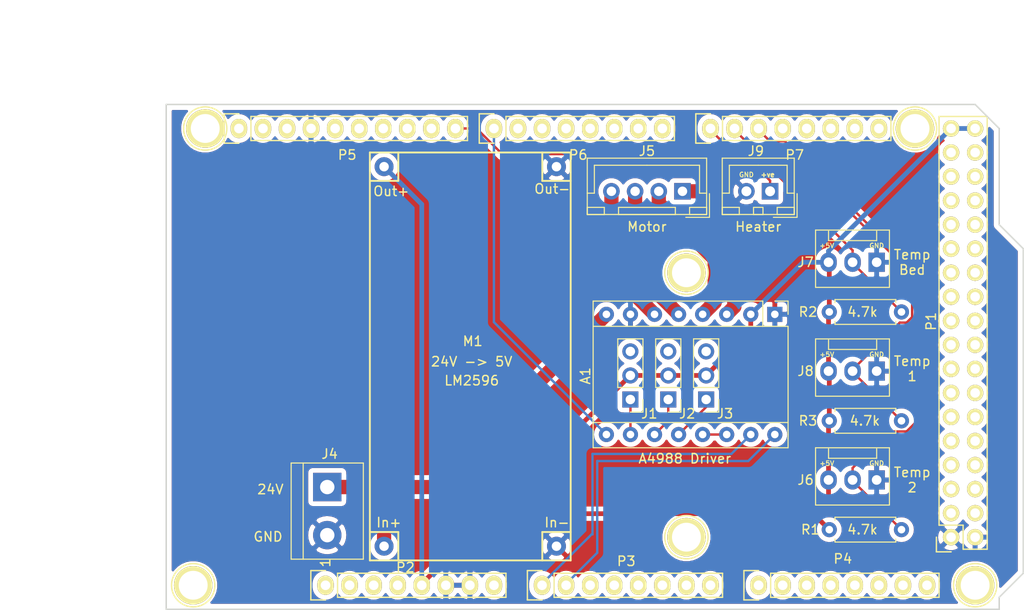
<source format=kicad_pcb>
(kicad_pcb (version 20171130) (host pcbnew "(5.1.2)-2")
  (title_block (date "mar. 31 mars 2015"))
  (layers (0 F.Cu signal hide) (31 B.Cu signal hide) (34 B.Paste user hide) (35 F.Paste user hide) (36 B.SilkS user hide) (37 F.SilkS user) (38 B.Mask user) (39 F.Mask user hide) (44 Edge.Cuts user))
  (net 0 "")
  (net 1 GND)
  (net 2 "/52(SCK)")
  (net 3 "/53(SS)")
  (net 4 "/50(MISO)")
  (net 5 "/51(MOSI)")
  (net 6 /48)
  (net 7 /49)
  (net 8 /46)
  (net 9 /47)
  (net 10 /44)
  (net 11 /45)
  (net 12 /42)
  (net 13 /43)
  (net 14 /40)
  (net 15 /41)
  (net 16 /38)
  (net 17 /39)
  (net 18 /36)
  (net 19 /37)
  (net 20 /34)
  (net 21 /35)
  (net 22 /32)
  (net 23 /33)
  (net 24 /30)
  (net 25 /31)
  (net 26 /28)
  (net 27 /29)
  (net 28 /26)
  (net 29 /27)
  (net 30 /24)
  (net 31 /25)
  (net 32 /22)
  (net 33 /23)
  (net 34 +5V)
  (net 35 /IOREF)
  (net 36 /Reset)
  (net 37 /Vin)
  (net 38 /A2)
  (net 39 /A3)
  (net 40 /A4)
  (net 41 /A5)
  (net 42 /A6)
  (net 43 /A7)
  (net 44 /A8)
  (net 45 /A9)
  (net 46 /A10)
  (net 47 /A11)
  (net 48 /A12)
  (net 49 /A13)
  (net 50 /A14)
  (net 51 /A15)
  (net 52 /SCL)
  (net 53 /SDA)
  (net 54 /AREF)
  (net 55 "/13(**)")
  (net 56 "/12(**)")
  (net 57 "/11(**)")
  (net 58 "/10(**)")
  (net 59 "/9(**)")
  (net 60 "/6(**)")
  (net 61 "/5(**)")
  (net 62 "/4(**)")
  (net 63 "/3(**)")
  (net 64 "/2(**)")
  (net 65 "/20(SDA)")
  (net 66 "/21(SCL)")
  (net 67 "Net-(P8-Pad1)")
  (net 68 "Net-(P9-Pad1)")
  (net 69 "Net-(P10-Pad1)")
  (net 70 "Net-(P11-Pad1)")
  (net 71 "Net-(P12-Pad1)")
  (net 72 "Net-(P13-Pad1)")
  (net 73 "Net-(P2-Pad1)")
  (net 74 +3V3)
  (net 75 "/1(Tx0)")
  (net 76 "/0(Rx0)")
  (net 77 "/17(Rx2)")
  (net 78 "/18(Tx1)")
  (net 79 "/19(Rx1)")
  (net 80 EN)
  (net 81 "Net-(A1-Pad10)")
  (net 82 "Net-(A1-Pad3)")
  (net 83 "Net-(A1-Pad11)")
  (net 84 "Net-(A1-Pad4)")
  (net 85 "Net-(A1-Pad12)")
  (net 86 "Net-(A1-Pad5)")
  (net 87 "Net-(A1-Pad13)")
  (net 88 "Net-(A1-Pad6)")
  (net 89 STEP)
  (net 90 +24V)
  (net 91 DIR)
  (net 92 "Net-(J1-Pad3)")
  (net 93 "Net-(J2-Pad3)")
  (net 94 "Net-(J3-Pad3)")
  (net 95 TEMP_BED)
  (net 96 TEMP_2)
  (net 97 TEMP_1)
  (net 98 Heater1)
  (module Connectors_JST:JST_XH_B02B-XH-A_02x2.50mm_Straight (layer F.Cu) (at 178.25 77.5 180)
    (fp_text reference J9 (at 1.5 4.25) (layer F.SilkS))
    (fp_text value "SSR Connection")
    (fp_line (start -2.55 -2.45) (end -2.55 3.5) (layer F.SilkS) (width 0.12))
    (fp_line (start -2.55 3.5) (end 5.05 3.5) (layer F.SilkS) (width 0.12))
    (fp_line (start 5.05 3.5) (end 5.05 -2.45) (layer F.SilkS) (width 0.12))
    (fp_line (start 5.05 -2.45) (end -2.55 -2.45) (layer F.SilkS) (width 0.12))
    (fp_line (start 0.75 -2.45) (end 0.75 -1.7) (layer F.SilkS) (width 0.12))
    (fp_line (start 0.75 -1.7) (end 1.75 -1.7) (layer F.SilkS) (width 0.12))
    (fp_line (start 1.75 -1.7) (end 1.75 -2.45) (layer F.SilkS) (width 0.12))
    (fp_line (start 1.75 -2.45) (end 0.75 -2.45) (layer F.SilkS) (width 0.12))
    (fp_line (start -2.55 -2.45) (end -2.55 -1.7) (layer F.SilkS) (width 0.12))
    (fp_line (start -2.55 -1.7) (end -0.75 -1.7) (layer F.SilkS) (width 0.12))
    (fp_line (start -0.75 -1.7) (end -0.75 -2.45) (layer F.SilkS) (width 0.12))
    (fp_line (start -0.75 -2.45) (end -2.55 -2.45) (layer F.SilkS) (width 0.12))
    (fp_line (start 3.25 -2.45) (end 3.25 -1.7) (layer F.SilkS) (width 0.12))
    (fp_line (start 3.25 -1.7) (end 5.05 -1.7) (layer F.SilkS) (width 0.12))
    (fp_line (start 5.05 -1.7) (end 5.05 -2.45) (layer F.SilkS) (width 0.12))
    (fp_line (start 5.05 -2.45) (end 3.25 -2.45) (layer F.SilkS) (width 0.12))
    (fp_line (start -2.55 -0.2) (end -1.8 -0.2) (layer F.SilkS) (width 0.12))
    (fp_line (start -1.8 -0.2) (end -1.8 2.75) (layer F.SilkS) (width 0.12))
    (fp_line (start -1.8 2.75) (end 1.25 2.75) (layer F.SilkS) (width 0.12))
    (fp_line (start 5.05 -0.2) (end 4.3 -0.2) (layer F.SilkS) (width 0.12))
    (fp_line (start 4.3 -0.2) (end 4.3 2.75) (layer F.SilkS) (width 0.12))
    (fp_line (start 4.3 2.75) (end 1.25 2.75) (layer F.SilkS) (width 0.12))
    (fp_line (start -0.35 -2.75) (end -2.85 -2.75) (layer F.SilkS) (width 0.12))
    (fp_line (start -2.85 -2.75) (end -2.85 -0.25) (layer F.SilkS) (width 0.12))
    (pad 1 thru_hole rect (at 0 0 180) (size 1.75 1.75) (drill 1.05) (layers *.Cu *.Mask) (net 98 Heater1))
    (pad 2 thru_hole circle (at 2.5 0 180) (size 1.75 1.75) (drill 1.05) (layers *.Cu *.Mask) (net 1 GND))
  )
  (module Resistors_THT:R_Axial_DIN0207_L6.3mm_D2.5mm_P7.62mm_Horizontal (layer F.Cu) (at 184.5 101.75)
    (fp_text reference R3 (at -2.25 0) (layer F.SilkS))
    (fp_text value 4.7k)
    (fp_line (start 0.6 -0.98) (end 0.6 -1.31) (layer F.SilkS) (width 0.12))
    (fp_line (start 0.6 -1.31) (end 7.02 -1.31) (layer F.SilkS) (width 0.12))
    (fp_line (start 7.02 -1.31) (end 7.02 -0.98) (layer F.SilkS) (width 0.12))
    (fp_line (start 0.6 0.98) (end 0.6 1.31) (layer F.SilkS) (width 0.12))
    (fp_line (start 0.6 1.31) (end 7.02 1.31) (layer F.SilkS) (width 0.12))
    (fp_line (start 7.02 1.31) (end 7.02 0.98) (layer F.SilkS) (width 0.12))
    (pad 1 thru_hole circle (at 0 0) (size 1.6 1.6) (drill 0.8) (layers *.Cu *.Mask) (net 34 +5V))
    (pad 2 thru_hole oval (at 7.62 0) (size 1.6 1.6) (drill 0.8) (layers *.Cu *.Mask) (net 97 TEMP_1))
  )
  (module Resistors_THT:R_Axial_DIN0207_L6.3mm_D2.5mm_P7.62mm_Horizontal (layer F.Cu) (at 184.5 90.25)
    (fp_text reference R2 (at -2.25 0) (layer F.SilkS))
    (fp_text value 4.7k)
    (fp_line (start 0.6 -0.98) (end 0.6 -1.31) (layer F.SilkS) (width 0.12))
    (fp_line (start 0.6 -1.31) (end 7.02 -1.31) (layer F.SilkS) (width 0.12))
    (fp_line (start 7.02 -1.31) (end 7.02 -0.98) (layer F.SilkS) (width 0.12))
    (fp_line (start 0.6 0.98) (end 0.6 1.31) (layer F.SilkS) (width 0.12))
    (fp_line (start 0.6 1.31) (end 7.02 1.31) (layer F.SilkS) (width 0.12))
    (fp_line (start 7.02 1.31) (end 7.02 0.98) (layer F.SilkS) (width 0.12))
    (pad 1 thru_hole circle (at 0 0) (size 1.6 1.6) (drill 0.8) (layers *.Cu *.Mask) (net 34 +5V))
    (pad 2 thru_hole oval (at 7.62 0) (size 1.6 1.6) (drill 0.8) (layers *.Cu *.Mask) (net 95 TEMP_BED))
  )
  (module Resistors_THT:R_Axial_DIN0207_L6.3mm_D2.5mm_P7.62mm_Horizontal (layer F.Cu) (at 184.5 113.25)
    (fp_text reference R1 (at -2 0) (layer F.SilkS))
    (fp_text value 4.7k)
    (fp_line (start 0.6 -0.98) (end 0.6 -1.31) (layer F.SilkS) (width 0.12))
    (fp_line (start 0.6 -1.31) (end 7.02 -1.31) (layer F.SilkS) (width 0.12))
    (fp_line (start 7.02 -1.31) (end 7.02 -0.98) (layer F.SilkS) (width 0.12))
    (fp_line (start 0.6 0.98) (end 0.6 1.31) (layer F.SilkS) (width 0.12))
    (fp_line (start 0.6 1.31) (end 7.02 1.31) (layer F.SilkS) (width 0.12))
    (fp_line (start 7.02 1.31) (end 7.02 0.98) (layer F.SilkS) (width 0.12))
    (pad 1 thru_hole circle (at 0 0) (size 1.6 1.6) (drill 0.8) (layers *.Cu *.Mask) (net 34 +5V))
    (pad 2 thru_hole oval (at 7.62 0) (size 1.6 1.6) (drill 0.8) (layers *.Cu *.Mask) (net 96 TEMP_2))
  )
  (module TomsPartsLibrary:LM2596 (layer F.Cu) (at 136 116.5)
    (fp_text reference M1 (at 10.855001 -23.155) (layer F.SilkS))
    (fp_text value LM2596)
    (fp_line (start 18.2 -40.1) (end 18.2 -43.1) (layer F.SilkS) (width 0.2))
    (fp_line (start 21.2 -40.1) (end 18.2 -40.1) (layer F.SilkS) (width 0.2))
    (fp_line (start 3 -40.1) (end 0 -40.1) (layer F.SilkS) (width 0.2))
    (fp_line (start 3 -43.1) (end 3 -40.1) (layer F.SilkS) (width 0.2))
    (fp_line (start 18.2 -3) (end 21.2 -3) (layer F.SilkS) (width 0.2))
    (fp_line (start 18.2 0) (end 18.2 -3) (layer F.SilkS) (width 0.2))
    (fp_line (start 3 -3) (end 3 0) (layer F.SilkS) (width 0.2))
    (fp_line (start 0 -3) (end 3 -3) (layer F.SilkS) (width 0.2))
    (fp_line (start 0 -43.1) (end 0 0) (layer F.SilkS) (width 0.2))
    (fp_line (start 21.2 -43.1) (end 0 -43.1) (layer F.SilkS) (width 0.2))
    (fp_line (start 21.2 0) (end 21.2 -43.1) (layer F.SilkS) (width 0.2))
    (fp_line (start 0 0) (end 21.2 0) (layer F.SilkS) (width 0.2))
    (pad 4 thru_hole circle (at 19.7 -41.6 180) (size 2 2) (drill 1) (layers *.Cu *.Mask) (net 1 GND))
    (pad 1 thru_hole circle (at 1.5 -41.6 270) (size 2 2) (drill 1) (layers *.Cu *.Mask) (net 34 +5V))
    (pad 3 thru_hole circle (at 19.7 -1.5 90) (size 2 2) (drill 1) (layers *.Cu *.Mask) (net 1 GND))
    (pad 2 thru_hole circle (at 1.5 -1.5) (size 2 2) (drill 1) (layers *.Cu *.Mask) (net 90 +24V))
  )
  (module Connectors:Fan_Pin_Header_Straight_1x03 (layer F.Cu) (at 189.5 96.5 270)
    (fp_text reference J8 (at 0 7.5 180) (layer F.SilkS))
    (fp_text value "Temp1 3PinFan")
    (fp_line (start -3.4 -1.35) (end 2.65 -1.35) (layer F.SilkS) (width 0.12))
    (fp_line (start 2.65 -1.35) (end 2.65 6.45) (layer F.SilkS) (width 0.12))
    (fp_line (start 2.65 6.45) (end -3.4 6.45) (layer F.SilkS) (width 0.12))
    (fp_line (start -3.4 6.45) (end -3.4 -1.35) (layer F.SilkS) (width 0.12))
    (fp_line (start -3.3 0) (end -2.29 0) (layer F.SilkS) (width 0.12))
    (fp_line (start -2.29 0) (end -2.29 5.08) (layer F.SilkS) (width 0.12))
    (fp_line (start -2.29 5.08) (end -3.3 5.08) (layer F.SilkS) (width 0.12))
    (pad 1 thru_hole rect (at 0 0 270) (size 2.03 1.73) (drill 1.02) (layers *.Cu *.Mask) (net 1 GND))
    (pad 2 thru_hole oval (at 0 2.54 270) (size 2.03 1.73) (drill 1.02) (layers *.Cu *.Mask) (net 97 TEMP_1))
    (pad 3 thru_hole oval (at 0 5.08 270) (size 2.03 1.73) (drill 1.02) (layers *.Cu *.Mask) (net 34 +5V))
  )
  (module Connectors:Fan_Pin_Header_Straight_1x03 (layer F.Cu) (at 189.5 85 270)
    (fp_text reference J7 (at 0 7.5 180) (layer F.SilkS))
    (fp_text value "TempBed 3PinFan")
    (fp_line (start -3.4 -1.35) (end 2.65 -1.35) (layer F.SilkS) (width 0.12))
    (fp_line (start 2.65 -1.35) (end 2.65 6.45) (layer F.SilkS) (width 0.12))
    (fp_line (start 2.65 6.45) (end -3.4 6.45) (layer F.SilkS) (width 0.12))
    (fp_line (start -3.4 6.45) (end -3.4 -1.35) (layer F.SilkS) (width 0.12))
    (fp_line (start -3.3 0) (end -2.29 0) (layer F.SilkS) (width 0.12))
    (fp_line (start -2.29 0) (end -2.29 5.08) (layer F.SilkS) (width 0.12))
    (fp_line (start -2.29 5.08) (end -3.3 5.08) (layer F.SilkS) (width 0.12))
    (pad 1 thru_hole rect (at 0 0 270) (size 2.03 1.73) (drill 1.02) (layers *.Cu *.Mask) (net 1 GND))
    (pad 2 thru_hole oval (at 0 2.54 270) (size 2.03 1.73) (drill 1.02) (layers *.Cu *.Mask) (net 95 TEMP_BED))
    (pad 3 thru_hole oval (at 0 5.08 270) (size 2.03 1.73) (drill 1.02) (layers *.Cu *.Mask) (net 34 +5V))
  )
  (module Connectors:Fan_Pin_Header_Straight_1x03 (layer F.Cu) (at 189.5 108 270)
    (fp_text reference J6 (at 0 7.5 180) (layer F.SilkS))
    (fp_text value "Temp2 3PinFan")
    (fp_line (start -3.4 -1.35) (end 2.65 -1.35) (layer F.SilkS) (width 0.12))
    (fp_line (start 2.65 -1.35) (end 2.65 6.45) (layer F.SilkS) (width 0.12))
    (fp_line (start 2.65 6.45) (end -3.4 6.45) (layer F.SilkS) (width 0.12))
    (fp_line (start -3.4 6.45) (end -3.4 -1.35) (layer F.SilkS) (width 0.12))
    (fp_line (start -3.3 0) (end -2.29 0) (layer F.SilkS) (width 0.12))
    (fp_line (start -2.29 0) (end -2.29 5.08) (layer F.SilkS) (width 0.12))
    (fp_line (start -2.29 5.08) (end -3.3 5.08) (layer F.SilkS) (width 0.12))
    (pad 1 thru_hole rect (at 0 0 270) (size 2.03 1.73) (drill 1.02) (layers *.Cu *.Mask) (net 1 GND))
    (pad 2 thru_hole oval (at 0 2.54 270) (size 2.03 1.73) (drill 1.02) (layers *.Cu *.Mask) (net 96 TEMP_2))
    (pad 3 thru_hole oval (at 0 5.08 270) (size 2.03 1.73) (drill 1.02) (layers *.Cu *.Mask) (net 34 +5V))
  )
  (module Connectors_JST:JST_XH_B04B-XH-A_04x2.50mm_Straight (layer F.Cu) (at 169 77.5 180)
    (fp_text reference J5 (at 3.75 4.25) (layer F.SilkS))
    (fp_text value "JST XH_Stepper")
    (fp_line (start -2.55 -2.45) (end -2.55 3.5) (layer F.SilkS) (width 0.12))
    (fp_line (start -2.55 3.5) (end 10.05 3.5) (layer F.SilkS) (width 0.12))
    (fp_line (start 10.05 3.5) (end 10.05 -2.45) (layer F.SilkS) (width 0.12))
    (fp_line (start 10.05 -2.45) (end -2.55 -2.45) (layer F.SilkS) (width 0.12))
    (fp_line (start 0.75 -2.45) (end 0.75 -1.7) (layer F.SilkS) (width 0.12))
    (fp_line (start 0.75 -1.7) (end 6.75 -1.7) (layer F.SilkS) (width 0.12))
    (fp_line (start 6.75 -1.7) (end 6.75 -2.45) (layer F.SilkS) (width 0.12))
    (fp_line (start 6.75 -2.45) (end 0.75 -2.45) (layer F.SilkS) (width 0.12))
    (fp_line (start -2.55 -2.45) (end -2.55 -1.7) (layer F.SilkS) (width 0.12))
    (fp_line (start -2.55 -1.7) (end -0.75 -1.7) (layer F.SilkS) (width 0.12))
    (fp_line (start -0.75 -1.7) (end -0.75 -2.45) (layer F.SilkS) (width 0.12))
    (fp_line (start -0.75 -2.45) (end -2.55 -2.45) (layer F.SilkS) (width 0.12))
    (fp_line (start 8.25 -2.45) (end 8.25 -1.7) (layer F.SilkS) (width 0.12))
    (fp_line (start 8.25 -1.7) (end 10.05 -1.7) (layer F.SilkS) (width 0.12))
    (fp_line (start 10.05 -1.7) (end 10.05 -2.45) (layer F.SilkS) (width 0.12))
    (fp_line (start 10.05 -2.45) (end 8.25 -2.45) (layer F.SilkS) (width 0.12))
    (fp_line (start -2.55 -0.2) (end -1.8 -0.2) (layer F.SilkS) (width 0.12))
    (fp_line (start -1.8 -0.2) (end -1.8 2.75) (layer F.SilkS) (width 0.12))
    (fp_line (start -1.8 2.75) (end 3.75 2.75) (layer F.SilkS) (width 0.12))
    (fp_line (start 10.05 -0.2) (end 9.3 -0.2) (layer F.SilkS) (width 0.12))
    (fp_line (start 9.3 -0.2) (end 9.3 2.75) (layer F.SilkS) (width 0.12))
    (fp_line (start 9.3 2.75) (end 3.75 2.75) (layer F.SilkS) (width 0.12))
    (fp_line (start -0.35 -2.75) (end -2.85 -2.75) (layer F.SilkS) (width 0.12))
    (fp_line (start -2.85 -2.75) (end -2.85 -0.25) (layer F.SilkS) (width 0.12))
    (pad 1 thru_hole rect (at 0 0 180) (size 1.75 1.75) (drill 1) (layers *.Cu *.Mask) (net 82 "Net-(A1-Pad3)"))
    (pad 2 thru_hole circle (at 2.5 0 180) (size 1.75 1.75) (drill 1) (layers *.Cu *.Mask) (net 84 "Net-(A1-Pad4)"))
    (pad 3 thru_hole circle (at 5 0 180) (size 1.75 1.75) (drill 1) (layers *.Cu *.Mask) (net 86 "Net-(A1-Pad5)"))
    (pad 4 thru_hole circle (at 7.5 0 180) (size 1.75 1.75) (drill 1) (layers *.Cu *.Mask) (net 88 "Net-(A1-Pad6)"))
  )
  (module Connectors_Terminal_Blocks:TerminalBlock_bornier-2_P5.08mm (layer F.Cu) (at 131.5 108.75 270)
    (fp_text reference J4 (at -3.5 -0.25 180) (layer F.SilkS))
    (fp_text value "Power Screw Terminal")
    (fp_line (start 7.62 2.54) (end -2.54 2.54) (layer F.SilkS) (width 0.12))
    (fp_line (start 7.62 3.81) (end 7.62 -3.81) (layer F.SilkS) (width 0.12))
    (fp_line (start 7.62 -3.81) (end -2.54 -3.81) (layer F.SilkS) (width 0.12))
    (fp_line (start -2.54 -3.81) (end -2.54 3.81) (layer F.SilkS) (width 0.12))
    (fp_line (start -2.54 3.81) (end 7.62 3.81) (layer F.SilkS) (width 0.12))
    (pad 1 thru_hole rect (at 0 0 270) (size 3 3) (drill 1.52) (layers *.Cu *.Mask) (net 90 +24V))
    (pad 2 thru_hole circle (at 5.08 0 270) (size 3 3) (drill 1.52) (layers *.Cu *.Mask) (net 1 GND))
  )
  (module Pin_Headers:Pin_Header_Straight_1x03_Pitch2.54mm (layer F.Cu) (at 171.5 99.5 180)
    (fp_text reference J3 (at -2 -1.5) (layer F.SilkS))
    (fp_text value "MS1 Toggle")
    (fp_line (start -1.33 6.41) (end 1.33 6.41) (layer F.SilkS) (width 0.12))
    (fp_line (start -1.33 1.27) (end -1.33 6.41) (layer F.SilkS) (width 0.12))
    (fp_line (start 1.33 1.27) (end 1.33 6.41) (layer F.SilkS) (width 0.12))
    (fp_line (start -1.33 1.27) (end 1.33 1.27) (layer F.SilkS) (width 0.12))
    (fp_line (start -1.33 0) (end -1.33 -1.33) (layer F.SilkS) (width 0.12))
    (fp_line (start -1.33 -1.33) (end 0 -1.33) (layer F.SilkS) (width 0.12))
    (pad 1 thru_hole rect (at 0 0 180) (size 1.7 1.7) (drill 1) (layers *.Cu *.Mask) (net 85 "Net-(A1-Pad12)"))
    (pad 2 thru_hole oval (at 0 2.54 180) (size 1.7 1.7) (drill 1) (layers *.Cu *.Mask) (net 34 +5V))
    (pad 3 thru_hole oval (at 0 5.08 180) (size 1.7 1.7) (drill 1) (layers *.Cu *.Mask) (net 94 "Net-(J3-Pad3)"))
  )
  (module Pin_Headers:Pin_Header_Straight_1x03_Pitch2.54mm (layer F.Cu) (at 167.5 99.5 180)
    (fp_text reference J2 (at -2 -1.5) (layer F.SilkS))
    (fp_text value "MS2 Toggle")
    (fp_line (start -1.33 6.41) (end 1.33 6.41) (layer F.SilkS) (width 0.12))
    (fp_line (start -1.33 1.27) (end -1.33 6.41) (layer F.SilkS) (width 0.12))
    (fp_line (start 1.33 1.27) (end 1.33 6.41) (layer F.SilkS) (width 0.12))
    (fp_line (start -1.33 1.27) (end 1.33 1.27) (layer F.SilkS) (width 0.12))
    (fp_line (start -1.33 0) (end -1.33 -1.33) (layer F.SilkS) (width 0.12))
    (fp_line (start -1.33 -1.33) (end 0 -1.33) (layer F.SilkS) (width 0.12))
    (pad 1 thru_hole rect (at 0 0 180) (size 1.7 1.7) (drill 1) (layers *.Cu *.Mask) (net 83 "Net-(A1-Pad11)"))
    (pad 2 thru_hole oval (at 0 2.54 180) (size 1.7 1.7) (drill 1) (layers *.Cu *.Mask) (net 34 +5V))
    (pad 3 thru_hole oval (at 0 5.08 180) (size 1.7 1.7) (drill 1) (layers *.Cu *.Mask) (net 93 "Net-(J2-Pad3)"))
  )
  (module Pin_Headers:Pin_Header_Straight_1x03_Pitch2.54mm (layer F.Cu) (at 163.5 99.5 180)
    (fp_text reference J1 (at -2 -1.5) (layer F.SilkS))
    (fp_text value "MS3 Toggle")
    (fp_line (start -1.33 6.41) (end 1.33 6.41) (layer F.SilkS) (width 0.12))
    (fp_line (start -1.33 1.27) (end -1.33 6.41) (layer F.SilkS) (width 0.12))
    (fp_line (start 1.33 1.27) (end 1.33 6.41) (layer F.SilkS) (width 0.12))
    (fp_line (start -1.33 1.27) (end 1.33 1.27) (layer F.SilkS) (width 0.12))
    (fp_line (start -1.33 0) (end -1.33 -1.33) (layer F.SilkS) (width 0.12))
    (fp_line (start -1.33 -1.33) (end 0 -1.33) (layer F.SilkS) (width 0.12))
    (pad 1 thru_hole rect (at 0 0 180) (size 1.7 1.7) (drill 1) (layers *.Cu *.Mask) (net 81 "Net-(A1-Pad10)"))
    (pad 2 thru_hole oval (at 0 2.54 180) (size 1.7 1.7) (drill 1) (layers *.Cu *.Mask) (net 34 +5V))
    (pad 3 thru_hole oval (at 0 5.08 180) (size 1.7 1.7) (drill 1) (layers *.Cu *.Mask) (net 92 "Net-(J1-Pad3)"))
  )
  (module Modules:Pololu_Breakout-16_15.2x20.3mm (layer F.Cu) (at 178.75 90.5 270)
    (fp_text reference A1 (at 6.5 20 90) (layer F.SilkS))
    (fp_text value Pololu_Breakout_A4988)
    (fp_line (start 11.43 -1.4) (end 11.43 19.18) (layer F.SilkS) (width 0.12))
    (fp_line (start 1.27 1.27) (end 1.27 19.18) (layer F.SilkS) (width 0.12))
    (fp_line (start 0 -1.4) (end -1.4 -1.4) (layer F.SilkS) (width 0.12))
    (fp_line (start -1.4 -1.4) (end -1.4 0) (layer F.SilkS) (width 0.12))
    (fp_line (start 1.27 -1.4) (end 1.27 1.27) (layer F.SilkS) (width 0.12))
    (fp_line (start 1.27 1.27) (end -1.4 1.27) (layer F.SilkS) (width 0.12))
    (fp_line (start -1.4 1.27) (end -1.4 19.18) (layer F.SilkS) (width 0.12))
    (fp_line (start -1.4 19.18) (end 14.1 19.18) (layer F.SilkS) (width 0.12))
    (fp_line (start 14.1 19.18) (end 14.1 -1.4) (layer F.SilkS) (width 0.12))
    (fp_line (start 14.1 -1.4) (end 1.27 -1.4) (layer F.SilkS) (width 0.12))
    (pad 1 thru_hole rect (at 0 0 270) (size 1.6 1.6) (drill 0.8) (layers *.Cu *.Mask) (net 1 GND))
    (pad 9 thru_hole oval (at 12.7 17.78 270) (size 1.6 1.6) (drill 0.8) (layers *.Cu *.Mask) (net 80 EN))
    (pad 2 thru_hole oval (at 0 2.54 270) (size 1.6 1.6) (drill 0.8) (layers *.Cu *.Mask) (net 34 +5V))
    (pad 10 thru_hole oval (at 12.7 15.24 270) (size 1.6 1.6) (drill 0.8) (layers *.Cu *.Mask) (net 81 "Net-(A1-Pad10)"))
    (pad 3 thru_hole oval (at 0 5.08 270) (size 1.6 1.6) (drill 0.8) (layers *.Cu *.Mask) (net 82 "Net-(A1-Pad3)"))
    (pad 11 thru_hole oval (at 12.7 12.7 270) (size 1.6 1.6) (drill 0.8) (layers *.Cu *.Mask) (net 83 "Net-(A1-Pad11)"))
    (pad 4 thru_hole oval (at 0 7.62 270) (size 1.6 1.6) (drill 0.8) (layers *.Cu *.Mask) (net 84 "Net-(A1-Pad4)"))
    (pad 12 thru_hole oval (at 12.7 10.16 270) (size 1.6 1.6) (drill 0.8) (layers *.Cu *.Mask) (net 85 "Net-(A1-Pad12)"))
    (pad 5 thru_hole oval (at 0 10.16 270) (size 1.6 1.6) (drill 0.8) (layers *.Cu *.Mask) (net 86 "Net-(A1-Pad5)"))
    (pad 13 thru_hole oval (at 12.7 7.62 270) (size 1.6 1.6) (drill 0.8) (layers *.Cu *.Mask) (net 87 "Net-(A1-Pad13)"))
    (pad 6 thru_hole oval (at 0 12.7 270) (size 1.6 1.6) (drill 0.8) (layers *.Cu *.Mask) (net 88 "Net-(A1-Pad6)"))
    (pad 14 thru_hole oval (at 12.7 5.08 270) (size 1.6 1.6) (drill 0.8) (layers *.Cu *.Mask) (net 87 "Net-(A1-Pad13)"))
    (pad 7 thru_hole oval (at 0 15.24 270) (size 1.6 1.6) (drill 0.8) (layers *.Cu *.Mask) (net 1 GND))
    (pad 15 thru_hole oval (at 12.7 2.54 270) (size 1.6 1.6) (drill 0.8) (layers *.Cu *.Mask) (net 89 STEP))
    (pad 8 thru_hole oval (at 0 17.78 270) (size 1.6 1.6) (drill 0.8) (layers *.Cu *.Mask) (net 90 +24V))
    (pad 16 thru_hole oval (at 12.7 0 270) (size 1.6 1.6) (drill 0.8) (layers *.Cu *.Mask) (net 91 DIR))
  )
  (module Socket_Arduino_Mega:Socket_Strip_Arduino_2x18 (layer F.Cu) (at 197.358 114.046 90)
    (fp_text reference P1 (at 22.796 -2.108 90) (layer F.SilkS))
    (fp_text value Digital)
    (fp_line (start -1.27 3.81) (end 44.45 3.81) (layer F.SilkS) (width 0.15))
    (fp_line (start 44.45 -1.27) (end 1.27 -1.27) (layer F.SilkS) (width 0.15))
    (fp_line (start 44.45 3.81) (end 44.45 -1.27) (layer F.SilkS) (width 0.15))
    (fp_line (start -1.27 3.81) (end -1.27 1.27) (layer F.SilkS) (width 0.15))
    (fp_line (start 0 -1.55) (end -1.55 -1.55) (layer F.SilkS) (width 0.15))
    (fp_line (start -1.27 1.27) (end 1.27 1.27) (layer F.SilkS) (width 0.15))
    (fp_line (start 1.27 1.27) (end 1.27 -1.27) (layer F.SilkS) (width 0.15))
    (fp_line (start -1.55 -1.55) (end -1.55 0) (layer F.SilkS) (width 0.15))
    (pad 1 thru_hole circle (at 0 0 90) (size 1.7272 1.7272) (drill 1.016) (layers *.Cu *.Mask F.SilkS) (net 1 GND))
    (pad 2 thru_hole oval (at 0 2.54 90) (size 1.7272 1.7272) (drill 1.016) (layers *.Cu *.Mask F.SilkS) (net 1 GND))
    (pad 3 thru_hole oval (at 2.54 0 90) (size 1.7272 1.7272) (drill 1.016) (layers *.Cu *.Mask F.SilkS) (net 2 "/52(SCK)"))
    (pad 4 thru_hole oval (at 2.54 2.54 90) (size 1.7272 1.7272) (drill 1.016) (layers *.Cu *.Mask F.SilkS) (net 3 "/53(SS)"))
    (pad 5 thru_hole oval (at 5.08 0 90) (size 1.7272 1.7272) (drill 1.016) (layers *.Cu *.Mask F.SilkS) (net 4 "/50(MISO)"))
    (pad 6 thru_hole oval (at 5.08 2.54 90) (size 1.7272 1.7272) (drill 1.016) (layers *.Cu *.Mask F.SilkS) (net 5 "/51(MOSI)"))
    (pad 7 thru_hole oval (at 7.62 0 90) (size 1.7272 1.7272) (drill 1.016) (layers *.Cu *.Mask F.SilkS) (net 6 /48))
    (pad 8 thru_hole oval (at 7.62 2.54 90) (size 1.7272 1.7272) (drill 1.016) (layers *.Cu *.Mask F.SilkS) (net 7 /49))
    (pad 9 thru_hole oval (at 10.16 0 90) (size 1.7272 1.7272) (drill 1.016) (layers *.Cu *.Mask F.SilkS) (net 8 /46))
    (pad 10 thru_hole oval (at 10.16 2.54 90) (size 1.7272 1.7272) (drill 1.016) (layers *.Cu *.Mask F.SilkS) (net 9 /47))
    (pad 11 thru_hole oval (at 12.7 0 90) (size 1.7272 1.7272) (drill 1.016) (layers *.Cu *.Mask F.SilkS) (net 10 /44))
    (pad 12 thru_hole oval (at 12.7 2.54 90) (size 1.7272 1.7272) (drill 1.016) (layers *.Cu *.Mask F.SilkS) (net 11 /45))
    (pad 13 thru_hole oval (at 15.24 0 90) (size 1.7272 1.7272) (drill 1.016) (layers *.Cu *.Mask F.SilkS) (net 12 /42))
    (pad 14 thru_hole oval (at 15.24 2.54 90) (size 1.7272 1.7272) (drill 1.016) (layers *.Cu *.Mask F.SilkS) (net 13 /43))
    (pad 15 thru_hole oval (at 17.78 0 90) (size 1.7272 1.7272) (drill 1.016) (layers *.Cu *.Mask F.SilkS) (net 14 /40))
    (pad 16 thru_hole oval (at 17.78 2.54 90) (size 1.7272 1.7272) (drill 1.016) (layers *.Cu *.Mask F.SilkS) (net 15 /41))
    (pad 17 thru_hole oval (at 20.32 0 90) (size 1.7272 1.7272) (drill 1.016) (layers *.Cu *.Mask F.SilkS) (net 16 /38))
    (pad 18 thru_hole oval (at 20.32 2.54 90) (size 1.7272 1.7272) (drill 1.016) (layers *.Cu *.Mask F.SilkS) (net 17 /39))
    (pad 19 thru_hole oval (at 22.86 0 90) (size 1.7272 1.7272) (drill 1.016) (layers *.Cu *.Mask F.SilkS) (net 18 /36))
    (pad 20 thru_hole oval (at 22.86 2.54 90) (size 1.7272 1.7272) (drill 1.016) (layers *.Cu *.Mask F.SilkS) (net 19 /37))
    (pad 21 thru_hole oval (at 25.4 0 90) (size 1.7272 1.7272) (drill 1.016) (layers *.Cu *.Mask F.SilkS) (net 20 /34))
    (pad 22 thru_hole oval (at 25.4 2.54 90) (size 1.7272 1.7272) (drill 1.016) (layers *.Cu *.Mask F.SilkS) (net 21 /35))
    (pad 23 thru_hole oval (at 27.94 0 90) (size 1.7272 1.7272) (drill 1.016) (layers *.Cu *.Mask F.SilkS) (net 22 /32))
    (pad 24 thru_hole oval (at 27.94 2.54 90) (size 1.7272 1.7272) (drill 1.016) (layers *.Cu *.Mask F.SilkS) (net 23 /33))
    (pad 25 thru_hole oval (at 30.48 0 90) (size 1.7272 1.7272) (drill 1.016) (layers *.Cu *.Mask F.SilkS) (net 24 /30))
    (pad 26 thru_hole oval (at 30.48 2.54 90) (size 1.7272 1.7272) (drill 1.016) (layers *.Cu *.Mask F.SilkS) (net 25 /31))
    (pad 27 thru_hole oval (at 33.02 0 90) (size 1.7272 1.7272) (drill 1.016) (layers *.Cu *.Mask F.SilkS) (net 26 /28))
    (pad 28 thru_hole oval (at 33.02 2.54 90) (size 1.7272 1.7272) (drill 1.016) (layers *.Cu *.Mask F.SilkS) (net 27 /29))
    (pad 29 thru_hole oval (at 35.56 0 90) (size 1.7272 1.7272) (drill 1.016) (layers *.Cu *.Mask F.SilkS) (net 28 /26))
    (pad 30 thru_hole oval (at 35.56 2.54 90) (size 1.7272 1.7272) (drill 1.016) (layers *.Cu *.Mask F.SilkS) (net 29 /27))
    (pad 31 thru_hole oval (at 38.1 0 90) (size 1.7272 1.7272) (drill 1.016) (layers *.Cu *.Mask F.SilkS) (net 30 /24))
    (pad 32 thru_hole oval (at 38.1 2.54 90) (size 1.7272 1.7272) (drill 1.016) (layers *.Cu *.Mask F.SilkS) (net 31 /25))
    (pad 33 thru_hole oval (at 40.64 0 90) (size 1.7272 1.7272) (drill 1.016) (layers *.Cu *.Mask F.SilkS) (net 32 /22))
    (pad 34 thru_hole oval (at 40.64 2.54 90) (size 1.7272 1.7272) (drill 1.016) (layers *.Cu *.Mask F.SilkS) (net 33 /23))
    (pad 35 thru_hole oval (at 43.18 0 90) (size 1.7272 1.7272) (drill 1.016) (layers *.Cu *.Mask F.SilkS) (net 34 +5V))
    (pad 36 thru_hole oval (at 43.18 2.54 90) (size 1.7272 1.7272) (drill 1.016) (layers *.Cu *.Mask F.SilkS) (net 34 +5V))
  )
  (module Socket_Arduino_Mega:Socket_Strip_Arduino_1x08 (layer F.Cu) (at 131.318 119.126)
    (fp_text reference P2 (at 8.432 -1.876) (layer F.SilkS))
    (fp_text value Power)
    (fp_line (start 1.27 1.27) (end 19.05 1.27) (layer F.SilkS) (width 0.15))
    (fp_line (start 19.05 1.27) (end 19.05 -1.27) (layer F.SilkS) (width 0.15))
    (fp_line (start 19.05 -1.27) (end 1.27 -1.27) (layer F.SilkS) (width 0.15))
    (fp_line (start -1.55 1.55) (end 0 1.55) (layer F.SilkS) (width 0.15))
    (fp_line (start 1.27 1.27) (end 1.27 -1.27) (layer F.SilkS) (width 0.15))
    (fp_line (start 0 -1.55) (end -1.55 -1.55) (layer F.SilkS) (width 0.15))
    (fp_line (start -1.55 -1.55) (end -1.55 1.55) (layer F.SilkS) (width 0.15))
    (pad 1 thru_hole oval (at 0 0) (size 1.7272 2.032) (drill 1.016) (layers *.Cu *.Mask F.SilkS) (net 73 "Net-(P2-Pad1)"))
    (pad 2 thru_hole oval (at 2.54 0) (size 1.7272 2.032) (drill 1.016) (layers *.Cu *.Mask F.SilkS) (net 35 /IOREF))
    (pad 3 thru_hole oval (at 5.08 0) (size 1.7272 2.032) (drill 1.016) (layers *.Cu *.Mask F.SilkS) (net 36 /Reset))
    (pad 4 thru_hole oval (at 7.62 0) (size 1.7272 2.032) (drill 1.016) (layers *.Cu *.Mask F.SilkS) (net 74 +3V3))
    (pad 5 thru_hole oval (at 10.16 0) (size 1.7272 2.032) (drill 1.016) (layers *.Cu *.Mask F.SilkS) (net 34 +5V))
    (pad 6 thru_hole oval (at 12.7 0) (size 1.7272 2.032) (drill 1.016) (layers *.Cu *.Mask F.SilkS) (net 1 GND))
    (pad 7 thru_hole oval (at 15.24 0) (size 1.7272 2.032) (drill 1.016) (layers *.Cu *.Mask F.SilkS) (net 1 GND))
    (pad 8 thru_hole oval (at 17.78 0) (size 1.7272 2.032) (drill 1.016) (layers *.Cu *.Mask F.SilkS) (net 37 /Vin))
  )
  (module Socket_Arduino_Mega:Socket_Strip_Arduino_1x08 (layer F.Cu) (at 154.178 119.126)
    (fp_text reference P3 (at 8.89 -2.54) (layer F.SilkS))
    (fp_text value Analog)
    (fp_line (start 1.27 1.27) (end 19.05 1.27) (layer F.SilkS) (width 0.15))
    (fp_line (start 19.05 1.27) (end 19.05 -1.27) (layer F.SilkS) (width 0.15))
    (fp_line (start 19.05 -1.27) (end 1.27 -1.27) (layer F.SilkS) (width 0.15))
    (fp_line (start -1.55 1.55) (end 0 1.55) (layer F.SilkS) (width 0.15))
    (fp_line (start 1.27 1.27) (end 1.27 -1.27) (layer F.SilkS) (width 0.15))
    (fp_line (start 0 -1.55) (end -1.55 -1.55) (layer F.SilkS) (width 0.15))
    (fp_line (start -1.55 -1.55) (end -1.55 1.55) (layer F.SilkS) (width 0.15))
    (pad 1 thru_hole oval (at 0 0) (size 1.7272 2.032) (drill 1.016) (layers *.Cu *.Mask F.SilkS) (net 89 STEP))
    (pad 2 thru_hole oval (at 2.54 0) (size 1.7272 2.032) (drill 1.016) (layers *.Cu *.Mask F.SilkS) (net 91 DIR))
    (pad 3 thru_hole oval (at 5.08 0) (size 1.7272 2.032) (drill 1.016) (layers *.Cu *.Mask F.SilkS) (net 38 /A2))
    (pad 4 thru_hole oval (at 7.62 0) (size 1.7272 2.032) (drill 1.016) (layers *.Cu *.Mask F.SilkS) (net 39 /A3))
    (pad 5 thru_hole oval (at 10.16 0) (size 1.7272 2.032) (drill 1.016) (layers *.Cu *.Mask F.SilkS) (net 40 /A4))
    (pad 6 thru_hole oval (at 12.7 0) (size 1.7272 2.032) (drill 1.016) (layers *.Cu *.Mask F.SilkS) (net 41 /A5))
    (pad 7 thru_hole oval (at 15.24 0) (size 1.7272 2.032) (drill 1.016) (layers *.Cu *.Mask F.SilkS) (net 42 /A6))
    (pad 8 thru_hole oval (at 17.78 0) (size 1.7272 2.032) (drill 1.016) (layers *.Cu *.Mask F.SilkS) (net 43 /A7))
  )
  (module Socket_Arduino_Mega:Socket_Strip_Arduino_1x08 (layer F.Cu) (at 177.038 119.126)
    (fp_text reference P4 (at 8.89 -2.794) (layer F.SilkS))
    (fp_text value Analog)
    (fp_line (start 1.27 1.27) (end 19.05 1.27) (layer F.SilkS) (width 0.15))
    (fp_line (start 19.05 1.27) (end 19.05 -1.27) (layer F.SilkS) (width 0.15))
    (fp_line (start 19.05 -1.27) (end 1.27 -1.27) (layer F.SilkS) (width 0.15))
    (fp_line (start -1.55 1.55) (end 0 1.55) (layer F.SilkS) (width 0.15))
    (fp_line (start 1.27 1.27) (end 1.27 -1.27) (layer F.SilkS) (width 0.15))
    (fp_line (start 0 -1.55) (end -1.55 -1.55) (layer F.SilkS) (width 0.15))
    (fp_line (start -1.55 -1.55) (end -1.55 1.55) (layer F.SilkS) (width 0.15))
    (pad 1 thru_hole oval (at 0 0) (size 1.7272 2.032) (drill 1.016) (layers *.Cu *.Mask F.SilkS) (net 44 /A8))
    (pad 2 thru_hole oval (at 2.54 0) (size 1.7272 2.032) (drill 1.016) (layers *.Cu *.Mask F.SilkS) (net 45 /A9))
    (pad 3 thru_hole oval (at 5.08 0) (size 1.7272 2.032) (drill 1.016) (layers *.Cu *.Mask F.SilkS) (net 46 /A10))
    (pad 4 thru_hole oval (at 7.62 0) (size 1.7272 2.032) (drill 1.016) (layers *.Cu *.Mask F.SilkS) (net 47 /A11))
    (pad 5 thru_hole oval (at 10.16 0) (size 1.7272 2.032) (drill 1.016) (layers *.Cu *.Mask F.SilkS) (net 48 /A12))
    (pad 6 thru_hole oval (at 12.7 0) (size 1.7272 2.032) (drill 1.016) (layers *.Cu *.Mask F.SilkS) (net 49 /A13))
    (pad 7 thru_hole oval (at 15.24 0) (size 1.7272 2.032) (drill 1.016) (layers *.Cu *.Mask F.SilkS) (net 50 /A14))
    (pad 8 thru_hole oval (at 17.78 0) (size 1.7272 2.032) (drill 1.016) (layers *.Cu *.Mask F.SilkS) (net 51 /A15))
  )
  (module Socket_Arduino_Mega:Socket_Strip_Arduino_1x10 (layer F.Cu) (at 122.174 70.866)
    (fp_text reference P5 (at 11.43 2.794) (layer F.SilkS))
    (fp_text value PWM)
    (fp_line (start 1.27 1.27) (end 24.13 1.27) (layer F.SilkS) (width 0.15))
    (fp_line (start 24.13 1.27) (end 24.13 -1.27) (layer F.SilkS) (width 0.15))
    (fp_line (start 24.13 -1.27) (end 1.27 -1.27) (layer F.SilkS) (width 0.15))
    (fp_line (start -1.55 1.55) (end 0 1.55) (layer F.SilkS) (width 0.15))
    (fp_line (start 1.27 1.27) (end 1.27 -1.27) (layer F.SilkS) (width 0.15))
    (fp_line (start 0 -1.55) (end -1.55 -1.55) (layer F.SilkS) (width 0.15))
    (fp_line (start -1.55 -1.55) (end -1.55 1.55) (layer F.SilkS) (width 0.15))
    (pad 1 thru_hole oval (at 0 0) (size 1.7272 2.032) (drill 1.016) (layers *.Cu *.Mask F.SilkS) (net 52 /SCL))
    (pad 2 thru_hole oval (at 2.54 0) (size 1.7272 2.032) (drill 1.016) (layers *.Cu *.Mask F.SilkS) (net 53 /SDA))
    (pad 3 thru_hole oval (at 5.08 0) (size 1.7272 2.032) (drill 1.016) (layers *.Cu *.Mask F.SilkS) (net 54 /AREF))
    (pad 4 thru_hole oval (at 7.62 0) (size 1.7272 2.032) (drill 1.016) (layers *.Cu *.Mask F.SilkS) (net 1 GND))
    (pad 5 thru_hole oval (at 10.16 0) (size 1.7272 2.032) (drill 1.016) (layers *.Cu *.Mask F.SilkS) (net 55 "/13(**)"))
    (pad 6 thru_hole oval (at 12.7 0) (size 1.7272 2.032) (drill 1.016) (layers *.Cu *.Mask F.SilkS) (net 56 "/12(**)"))
    (pad 7 thru_hole oval (at 15.24 0) (size 1.7272 2.032) (drill 1.016) (layers *.Cu *.Mask F.SilkS) (net 57 "/11(**)"))
    (pad 8 thru_hole oval (at 17.78 0) (size 1.7272 2.032) (drill 1.016) (layers *.Cu *.Mask F.SilkS) (net 58 "/10(**)"))
    (pad 9 thru_hole oval (at 20.32 0) (size 1.7272 2.032) (drill 1.016) (layers *.Cu *.Mask F.SilkS) (net 59 "/9(**)"))
    (pad 10 thru_hole oval (at 22.86 0) (size 1.7272 2.032) (drill 1.016) (layers *.Cu *.Mask F.SilkS) (net 98 Heater1))
  )
  (module Socket_Arduino_Mega:Socket_Strip_Arduino_1x08 (layer F.Cu) (at 149.098 70.866)
    (fp_text reference P6 (at 8.89 2.794) (layer F.SilkS))
    (fp_text value PWM)
    (fp_line (start 1.27 1.27) (end 19.05 1.27) (layer F.SilkS) (width 0.15))
    (fp_line (start 19.05 1.27) (end 19.05 -1.27) (layer F.SilkS) (width 0.15))
    (fp_line (start 19.05 -1.27) (end 1.27 -1.27) (layer F.SilkS) (width 0.15))
    (fp_line (start -1.55 1.55) (end 0 1.55) (layer F.SilkS) (width 0.15))
    (fp_line (start 1.27 1.27) (end 1.27 -1.27) (layer F.SilkS) (width 0.15))
    (fp_line (start 0 -1.55) (end -1.55 -1.55) (layer F.SilkS) (width 0.15))
    (fp_line (start -1.55 -1.55) (end -1.55 1.55) (layer F.SilkS) (width 0.15))
    (pad 1 thru_hole oval (at 0 0) (size 1.7272 2.032) (drill 1.016) (layers *.Cu *.Mask F.SilkS) (net 80 EN))
    (pad 2 thru_hole oval (at 2.54 0) (size 1.7272 2.032) (drill 1.016) (layers *.Cu *.Mask F.SilkS) (net 60 "/6(**)"))
    (pad 3 thru_hole oval (at 5.08 0) (size 1.7272 2.032) (drill 1.016) (layers *.Cu *.Mask F.SilkS) (net 61 "/5(**)"))
    (pad 4 thru_hole oval (at 7.62 0) (size 1.7272 2.032) (drill 1.016) (layers *.Cu *.Mask F.SilkS) (net 62 "/4(**)"))
    (pad 5 thru_hole oval (at 10.16 0) (size 1.7272 2.032) (drill 1.016) (layers *.Cu *.Mask F.SilkS) (net 63 "/3(**)"))
    (pad 6 thru_hole oval (at 12.7 0) (size 1.7272 2.032) (drill 1.016) (layers *.Cu *.Mask F.SilkS) (net 64 "/2(**)"))
    (pad 7 thru_hole oval (at 15.24 0) (size 1.7272 2.032) (drill 1.016) (layers *.Cu *.Mask F.SilkS) (net 75 "/1(Tx0)"))
    (pad 8 thru_hole oval (at 17.78 0) (size 1.7272 2.032) (drill 1.016) (layers *.Cu *.Mask F.SilkS) (net 76 "/0(Rx0)"))
  )
  (module Socket_Arduino_Mega:Socket_Strip_Arduino_1x08 (layer F.Cu) (at 171.958 70.866)
    (fp_text reference P7 (at 8.89 2.794) (layer F.SilkS))
    (fp_text value Communication)
    (fp_line (start 1.27 1.27) (end 19.05 1.27) (layer F.SilkS) (width 0.15))
    (fp_line (start 19.05 1.27) (end 19.05 -1.27) (layer F.SilkS) (width 0.15))
    (fp_line (start 19.05 -1.27) (end 1.27 -1.27) (layer F.SilkS) (width 0.15))
    (fp_line (start -1.55 1.55) (end 0 1.55) (layer F.SilkS) (width 0.15))
    (fp_line (start 1.27 1.27) (end 1.27 -1.27) (layer F.SilkS) (width 0.15))
    (fp_line (start 0 -1.55) (end -1.55 -1.55) (layer F.SilkS) (width 0.15))
    (fp_line (start -1.55 -1.55) (end -1.55 1.55) (layer F.SilkS) (width 0.15))
    (pad 1 thru_hole oval (at 0 0) (size 1.7272 2.032) (drill 1.016) (layers *.Cu *.Mask F.SilkS) (net 95 TEMP_BED))
    (pad 2 thru_hole oval (at 2.54 0) (size 1.7272 2.032) (drill 1.016) (layers *.Cu *.Mask F.SilkS) (net 97 TEMP_1))
    (pad 3 thru_hole oval (at 5.08 0) (size 1.7272 2.032) (drill 1.016) (layers *.Cu *.Mask F.SilkS) (net 96 TEMP_2))
    (pad 4 thru_hole oval (at 7.62 0) (size 1.7272 2.032) (drill 1.016) (layers *.Cu *.Mask F.SilkS) (net 77 "/17(Rx2)"))
    (pad 5 thru_hole oval (at 10.16 0) (size 1.7272 2.032) (drill 1.016) (layers *.Cu *.Mask F.SilkS) (net 78 "/18(Tx1)"))
    (pad 6 thru_hole oval (at 12.7 0) (size 1.7272 2.032) (drill 1.016) (layers *.Cu *.Mask F.SilkS) (net 79 "/19(Rx1)"))
    (pad 7 thru_hole oval (at 15.24 0) (size 1.7272 2.032) (drill 1.016) (layers *.Cu *.Mask F.SilkS) (net 65 "/20(SDA)"))
    (pad 8 thru_hole oval (at 17.78 0) (size 1.7272 2.032) (drill 1.016) (layers *.Cu *.Mask F.SilkS) (net 66 "/21(SCL)"))
  )
  (module Socket_Arduino_Mega:Arduino_1pin (layer F.Cu) (at 117.348 119.126)
    (fp_text reference P8 hide)
    (fp_text value CONN_01X01 hide)
    (fp_circle (center 0 0) (end 0 -2.286) (layer F.SilkS) (width 0.15))
    (pad 1 thru_hole circle (at 0 0) (size 4.064 4.064) (drill 3.048) (layers *.Cu *.Mask F.SilkS) (net 67 "Net-(P8-Pad1)"))
  )
  (module Socket_Arduino_Mega:Arduino_1pin (layer F.Cu) (at 169.418 114.046)
    (fp_text reference P9 hide)
    (fp_text value CONN_01X01 hide)
    (fp_circle (center 0 0) (end 0 -2.286) (layer F.SilkS) (width 0.15))
    (pad 1 thru_hole circle (at 0 0) (size 4.064 4.064) (drill 3.048) (layers *.Cu *.Mask F.SilkS) (net 68 "Net-(P9-Pad1)"))
  )
  (module Socket_Arduino_Mega:Arduino_1pin (layer F.Cu) (at 199.898 119.126)
    (fp_text reference P10 hide)
    (fp_text value CONN_01X01 hide)
    (fp_circle (center 0 0) (end 0 -2.286) (layer F.SilkS) (width 0.15))
    (pad 1 thru_hole circle (at 0 0) (size 4.064 4.064) (drill 3.048) (layers *.Cu *.Mask F.SilkS) (net 69 "Net-(P10-Pad1)"))
  )
  (module Socket_Arduino_Mega:Arduino_1pin (layer F.Cu) (at 118.618 70.866)
    (fp_text reference P11 hide)
    (fp_text value CONN_01X01 hide)
    (fp_circle (center 0 0) (end 0 -2.286) (layer F.SilkS) (width 0.15))
    (pad 1 thru_hole circle (at 0 0) (size 4.064 4.064) (drill 3.048) (layers *.Cu *.Mask F.SilkS) (net 70 "Net-(P11-Pad1)"))
  )
  (module Socket_Arduino_Mega:Arduino_1pin (layer F.Cu) (at 169.418 86.106)
    (fp_text reference P12 hide)
    (fp_text value CONN_01X01 hide)
    (fp_circle (center 0 0) (end 0 -2.286) (layer F.SilkS) (width 0.15))
    (pad 1 thru_hole circle (at 0 0) (size 4.064 4.064) (drill 3.048) (layers *.Cu *.Mask F.SilkS) (net 71 "Net-(P12-Pad1)"))
  )
  (module Socket_Arduino_Mega:Arduino_1pin (layer F.Cu) (at 193.548 70.866)
    (fp_text reference P13 hide)
    (fp_text value CONN_01X01 hide)
    (fp_circle (center 0 0) (end 0 -2.286) (layer F.SilkS) (width 0.15))
    (pad 1 thru_hole circle (at 0 0) (size 4.064 4.064) (drill 3.048) (layers *.Cu *.Mask F.SilkS) (net 72 "Net-(P13-Pad1)"))
  )
  (gr_text +5V (at 184.25 83.25) (layer F.SilkS) (effects (font (size 0.5 0.5) (thickness 0.1))))
  (gr_text +5V (at 184.25 94.75) (layer F.SilkS) (effects (font (size 0.5 0.5) (thickness 0.1))))
  (gr_text +5V (at 184.25 106.25) (layer F.SilkS) (effects (font (size 0.5 0.5) (thickness 0.1))))
  (gr_text GND (at 189.5 106.25) (layer F.SilkS) (effects (font (size 0.5 0.5) (thickness 0.1))))
  (gr_text GND (at 189.5 94.75) (layer F.SilkS) (effects (font (size 0.5 0.5) (thickness 0.1))))
  (gr_text GND (at 189.5 83.25) (layer F.SilkS) (effects (font (size 0.5 0.5) (thickness 0.1))))
  (gr_text +ve (at 178 75.75) (layer F.SilkS) (effects (font (size 0.5 0.5) (thickness 0.125))))
  (gr_text GND (at 175.75 75.75) (layer F.SilkS) (effects (font (size 0.5 0.5) (thickness 0.1))))
  (gr_text "A4988 Driver" (at 169.25 105.75) (layer F.SilkS) (effects (font (size 1 1))))
  (gr_text Motor (at 165.25 81.25) (layer F.SilkS) (effects (font (size 1 1))))
  (gr_text Heater (at 177 81.25) (layer F.SilkS) (effects (font (size 1 1))))
  (gr_text "Temp\n2" (at 193.25 108) (layer F.SilkS) (effects (font (size 1 1))))
  (gr_text "Temp\n1" (at 193.25 96.25) (layer F.SilkS) (effects (font (size 1 1))))
  (gr_text "Temp\nBed" (at 193.25 85) (layer F.SilkS) (effects (font (size 1 1))))
  (gr_text 4.7k (at 188 113.25) (layer F.SilkS) (effects (font (size 1 1))))
  (gr_text 4.7k (at 188.25 101.75) (layer F.SilkS) (effects (font (size 1 1))))
  (gr_text 4.7k (at 188 90.25) (layer F.SilkS) (effects (font (size 1 1))))
  (gr_text LM2596 (at 146.75 97.5) (layer F.SilkS) (effects (font (size 1 1))))
  (gr_text "24V -> 5V" (at 146.75 95.5) (layer F.SilkS) (effects (font (size 1 1))))
  (gr_text Out- (at 155.25 77.25) (layer F.SilkS) (effects (font (size 1 1))))
  (gr_text Out+ (at 138.25 77.5) (layer F.SilkS) (effects (font (size 1 1))))
  (gr_text In- (at 155.75 112.5) (layer F.SilkS) (effects (font (size 1 1))))
  (gr_text In+ (at 138 112.5) (layer F.SilkS) (effects (font (size 1 1))))
  (gr_text GND (at 125.25 114) (layer F.SilkS) (effects (font (size 1 1))))
  (gr_text 24V (at 125.5 109) (layer F.SilkS) (effects (font (size 1 1))))
  (gr_text 1 (at 131.318 116.75 90) (layer F.SilkS) (effects (font (size 1 1))))
  (gr_line (start 202.438 121.666) (end 114.5 121.666) (angle 90) (layer Edge.Cuts) (width 0.15))
  (gr_line (start 202.438 120.396) (end 202.438 121.666) (angle 90) (layer Edge.Cuts) (width 0.15))
  (gr_line (start 204.978 117.856) (end 202.438 120.396) (angle 90) (layer Edge.Cuts) (width 0.15))
  (gr_line (start 204.978 83.566) (end 204.978 117.856) (angle 90) (layer Edge.Cuts) (width 0.15))
  (gr_line (start 202.438 81.026) (end 204.978 83.566) (angle 90) (layer Edge.Cuts) (width 0.15))
  (gr_line (start 202.438 70.866) (end 202.438 81.026) (angle 90) (layer Edge.Cuts) (width 0.15))
  (gr_line (start 199.898 68.326) (end 202.438 70.866) (angle 90) (layer Edge.Cuts) (width 0.15))
  (gr_line (start 114.5 68.326) (end 199.898 68.326) (angle 90) (layer Edge.Cuts) (width 0.15))
  (gr_line (start 114.5 121.666) (end 114.5 68.326) (angle 90) (layer Edge.Cuts) (width 0.15))
  (segment (start 184.42 108.15) (end 184.42 108) (width 0.25) (layer F.Cu) (net 34))
  (segment (start 141.478 78.878) (end 141.478 119.126) (width 0.5) (layer B.Cu) (net 34))
  (segment (start 137.5 74.9) (end 141.478 78.878) (width 0.5) (layer B.Cu) (net 34))
  (segment (start 199.898 70.866) (end 197.358 70.866) (width 0.5) (layer B.Cu) (net 34))
  (segment (start 184.42 83.804) (end 184.42 85) (width 0.5) (layer B.Cu) (net 34))
  (segment (start 197.358 70.866) (end 184.42 83.804) (width 0.5) (layer B.Cu) (net 34))
  (segment (start 181.71 85) (end 176.21 90.5) (width 0.5) (layer B.Cu) (net 34))
  (segment (start 184.42 85) (end 181.71 85) (width 0.5) (layer B.Cu) (net 34))
  (segment (start 163.4916 96.96) (end 163.5 96.96) (width 0.5) (layer F.Cu) (net 34))
  (segment (start 141.478 118.9736) (end 163.4916 96.96) (width 0.5) (layer F.Cu) (net 34))
  (segment (start 163.5 96.96) (end 167.5 96.96) (width 0.5) (layer F.Cu) (net 34))
  (segment (start 167.5 96.96) (end 171.5 96.96) (width 0.5) (layer F.Cu) (net 34))
  (segment (start 176.21 92.25) (end 176.21 90.5) (width 0.5) (layer F.Cu) (net 34))
  (segment (start 171.5 96.96) (end 176.21 92.25) (width 0.5) (layer F.Cu) (net 34))
  (segment (start 183.700001 112.450001) (end 184.5 113.25) (width 0.5) (layer F.Cu) (net 34))
  (segment (start 182.813999 111.563999) (end 183.700001 112.450001) (width 0.5) (layer F.Cu) (net 34))
  (segment (start 148.887601 111.563999) (end 182.813999 111.563999) (width 0.5) (layer F.Cu) (net 34))
  (segment (start 141.478 118.9736) (end 148.887601 111.563999) (width 0.5) (layer F.Cu) (net 34))
  (segment (start 141.478 119.126) (end 141.478 118.9736) (width 0.5) (layer F.Cu) (net 34))
  (segment (start 184.42 109.957998) (end 184.42 108) (width 0.5) (layer F.Cu) (net 34))
  (segment (start 182.813999 111.563999) (end 184.42 109.957998) (width 0.5) (layer F.Cu) (net 34))
  (segment (start 184.42 101.83) (end 184.5 101.75) (width 0.5) (layer F.Cu) (net 34))
  (segment (start 184.42 108) (end 184.42 101.83) (width 0.5) (layer F.Cu) (net 34))
  (segment (start 184.5 96.58) (end 184.42 96.5) (width 0.5) (layer F.Cu) (net 34))
  (segment (start 184.5 101.75) (end 184.5 96.58) (width 0.5) (layer F.Cu) (net 34))
  (segment (start 184.42 90.33) (end 184.5 90.25) (width 0.5) (layer F.Cu) (net 34))
  (segment (start 184.42 96.5) (end 184.42 90.33) (width 0.5) (layer F.Cu) (net 34))
  (segment (start 184.5 85.08) (end 184.42 85) (width 0.5) (layer F.Cu) (net 34))
  (segment (start 184.5 90.25) (end 184.5 85.08) (width 0.5) (layer F.Cu) (net 34))
  (segment (start 149.098 91.328) (end 160.97 103.2) (width 0.25) (layer B.Cu) (net 80))
  (segment (start 149.098 70.866) (end 149.098 91.328) (width 0.25) (layer B.Cu) (net 80))
  (segment (start 163.51 99.51) (end 163.5 99.5) (width 0.25) (layer F.Cu) (net 81))
  (segment (start 163.51 103.2) (end 163.51 99.51) (width 0.25) (layer F.Cu) (net 81))
  (segment (start 174.469999 89.700001) (end 173.67 90.5) (width 1.5) (layer F.Cu) (net 82))
  (segment (start 174.469999 80.594999) (end 174.469999 89.700001) (width 1.5) (layer F.Cu) (net 82))
  (segment (start 169 77.5) (end 171.375 77.5) (width 1.5) (layer F.Cu) (net 82))
  (segment (start 171.375 77.5) (end 174.469999 80.594999) (width 1.5) (layer F.Cu) (net 82))
  (segment (start 167.5 101.75) (end 167.5 99.5) (width 0.25) (layer F.Cu) (net 83))
  (segment (start 166.05 103.2) (end 167.5 101.75) (width 0.25) (layer F.Cu) (net 83))
  (segment (start 171.929999 89.700001) (end 171.13 90.5) (width 1.5) (layer F.Cu) (net 84))
  (segment (start 172.400001 89.229999) (end 171.929999 89.700001) (width 1.5) (layer F.Cu) (net 84))
  (segment (start 172.400001 84.674639) (end 172.400001 89.229999) (width 1.5) (layer F.Cu) (net 84))
  (segment (start 166.5 78.774638) (end 172.400001 84.674639) (width 1.5) (layer F.Cu) (net 84))
  (segment (start 166.5 77.5) (end 166.5 78.774638) (width 1.5) (layer F.Cu) (net 84))
  (segment (start 171.5 100.29) (end 171.5 99.5) (width 0.25) (layer F.Cu) (net 85))
  (segment (start 168.59 103.2) (end 171.5 100.29) (width 0.25) (layer F.Cu) (net 85))
  (segment (start 164 85.91) (end 168.59 90.5) (width 1.5) (layer F.Cu) (net 86))
  (segment (start 164 77.5) (end 164 85.91) (width 1.5) (layer F.Cu) (net 86))
  (segment (start 171.13 103.2) (end 173.67 103.2) (width 0.25) (layer F.Cu) (net 87))
  (segment (start 161.5 85.95) (end 166.05 90.5) (width 1.5) (layer F.Cu) (net 88))
  (segment (start 161.5 77.5) (end 161.5 85.95) (width 1.5) (layer F.Cu) (net 88))
  (segment (start 154.178 118.9736) (end 154.178 119.126) (width 0.25) (layer B.Cu) (net 89))
  (segment (start 159.4016 113.75) (end 154.178 118.9736) (width 0.25) (layer B.Cu) (net 89))
  (segment (start 159.5 113.75) (end 159.4016 113.75) (width 0.25) (layer B.Cu) (net 89))
  (segment (start 159.5 105.25) (end 159.5 113.75) (width 0.25) (layer B.Cu) (net 89))
  (segment (start 174.16 105.25) (end 159.5 105.25) (width 0.25) (layer B.Cu) (net 89))
  (segment (start 176.21 103.2) (end 174.16 105.25) (width 0.25) (layer B.Cu) (net 89))
  (segment (start 134.5 108.75) (end 137.5 111.75) (width 1.5) (layer F.Cu) (net 90))
  (segment (start 131.5 108.75) (end 134.5 108.75) (width 1.5) (layer F.Cu) (net 90))
  (segment (start 137.5 111.75) (end 137.5 115) (width 1.5) (layer F.Cu) (net 90))
  (segment (start 142.72 108.75) (end 160.97 90.5) (width 1.5) (layer F.Cu) (net 90))
  (segment (start 131.5 108.75) (end 142.72 108.75) (width 1.5) (layer F.Cu) (net 90))
  (segment (start 156.718 118.9736) (end 156.718 119.126) (width 0.25) (layer B.Cu) (net 91))
  (segment (start 160 115.6916) (end 156.718 118.9736) (width 0.25) (layer B.Cu) (net 91))
  (segment (start 160 106) (end 160 115.6916) (width 0.25) (layer B.Cu) (net 91))
  (segment (start 175.95 106) (end 160 106) (width 0.25) (layer B.Cu) (net 91))
  (segment (start 178.75 103.2) (end 175.95 106) (width 0.25) (layer B.Cu) (net 91))
  (segment (start 186.96 85.09) (end 186.96 85) (width 0.25) (layer F.Cu) (net 95))
  (segment (start 192.12 90.25) (end 186.96 85.09) (width 0.25) (layer F.Cu) (net 95))
  (segment (start 186.96 83.735) (end 177.725 74.5) (width 0.25) (layer F.Cu) (net 95))
  (segment (start 186.96 85) (end 186.96 83.735) (width 0.25) (layer F.Cu) (net 95))
  (segment (start 171.958 71.0184) (end 171.958 70.866) (width 0.25) (layer F.Cu) (net 95))
  (segment (start 175.4396 74.5) (end 171.958 71.0184) (width 0.25) (layer F.Cu) (net 95))
  (segment (start 177.725 74.5) (end 175.4396 74.5) (width 0.25) (layer F.Cu) (net 95))
  (segment (start 186.96 108.09) (end 186.96 108) (width 0.25) (layer F.Cu) (net 96))
  (segment (start 192.12 113.25) (end 186.96 108.09) (width 0.25) (layer F.Cu) (net 96))
  (segment (start 177.038 71.0184) (end 177.038 70.866) (width 0.25) (layer F.Cu) (net 96))
  (segment (start 178.22661 72.20701) (end 177.038 71.0184) (width 0.25) (layer F.Cu) (net 96))
  (segment (start 179.808422 72.20701) (end 178.22661 72.20701) (width 0.25) (layer F.Cu) (net 96))
  (segment (start 193.69501 86.093598) (end 179.808422 72.20701) (width 0.25) (layer F.Cu) (net 96))
  (segment (start 193.69501 101.839992) (end 193.69501 86.093598) (width 0.25) (layer F.Cu) (net 96))
  (segment (start 192.660001 102.875001) (end 193.69501 101.839992) (width 0.25) (layer F.Cu) (net 96))
  (segment (start 190.819999 102.875001) (end 192.660001 102.875001) (width 0.25) (layer F.Cu) (net 96))
  (segment (start 186.96 106.735) (end 190.819999 102.875001) (width 0.25) (layer F.Cu) (net 96))
  (segment (start 186.96 108) (end 186.96 106.735) (width 0.25) (layer F.Cu) (net 96))
  (segment (start 186.96 96.59) (end 186.96 96.5) (width 0.25) (layer F.Cu) (net 97))
  (segment (start 192.12 101.75) (end 186.96 96.59) (width 0.25) (layer F.Cu) (net 97))
  (segment (start 174.498 71.0184) (end 174.498 70.866) (width 0.25) (layer F.Cu) (net 97))
  (segment (start 177.2296 73.75) (end 174.498 71.0184) (width 0.25) (layer F.Cu) (net 97))
  (segment (start 180.715002 73.75) (end 177.2296 73.75) (width 0.25) (layer F.Cu) (net 97))
  (segment (start 186.96 96.35) (end 191.934999 91.375001) (width 0.25) (layer F.Cu) (net 97))
  (segment (start 186.96 96.5) (end 186.96 96.35) (width 0.25) (layer F.Cu) (net 97))
  (segment (start 191.934999 91.375001) (end 192.660001 91.375001) (width 0.25) (layer F.Cu) (net 97))
  (segment (start 192.660001 91.375001) (end 193.245001 90.790001) (width 0.25) (layer F.Cu) (net 97))
  (segment (start 193.245001 90.790001) (end 193.245001 86.279999) (width 0.25) (layer F.Cu) (net 97))
  (segment (start 193.245001 86.279999) (end 180.715002 73.75) (width 0.25) (layer F.Cu) (net 97))
  (segment (start 178.25 76.375) (end 178.25 77.5) (width 0.25) (layer F.Cu) (net 98))
  (segment (start 145.034 70.866) (end 147.264652 70.866) (width 0.25) (layer F.Cu) (net 98))
  (segment (start 147.264652 70.866) (end 149.973651 73.574999) (width 0.25) (layer F.Cu) (net 98))
  (segment (start 149.973651 73.574999) (end 173.601001 73.574999) (width 0.25) (layer F.Cu) (net 98))
  (segment (start 173.601001 73.574999) (end 175.276002 75.25) (width 0.25) (layer F.Cu) (net 98))
  (segment (start 175.276002 75.25) (end 177.125 75.25) (width 0.25) (layer F.Cu) (net 98))
  (segment (start 177.125 75.25) (end 178.25 76.375) (width 0.25) (layer F.Cu) (net 98))
  (zone (net 1) (net_name GND) (layer F.Cu) (connect_pads (clearance 0.508)) (min_thickness 0.254) (fill yes (arc_segments 32) (thermal_gap 0.508) (thermal_bridge_width 0.508))
    (polygon (pts (xy 112.25 65.25) (xy 207.25 65.25) (xy 207.25 125) (xy 112 124.25)))
  )
  (zone (net 1) (net_name GND) (layer B.Cu) (connect_pads (clearance 0.508)) (min_thickness 0.254) (fill yes (arc_segments 32) (thermal_gap 0.508) (thermal_bridge_width 0.508))
    (polygon (pts (xy 112.25 65.5) (xy 207 65.25) (xy 207.25 124.75) (xy 112.25 124) (xy 112.25 123.75)))
  )
)
</source>
